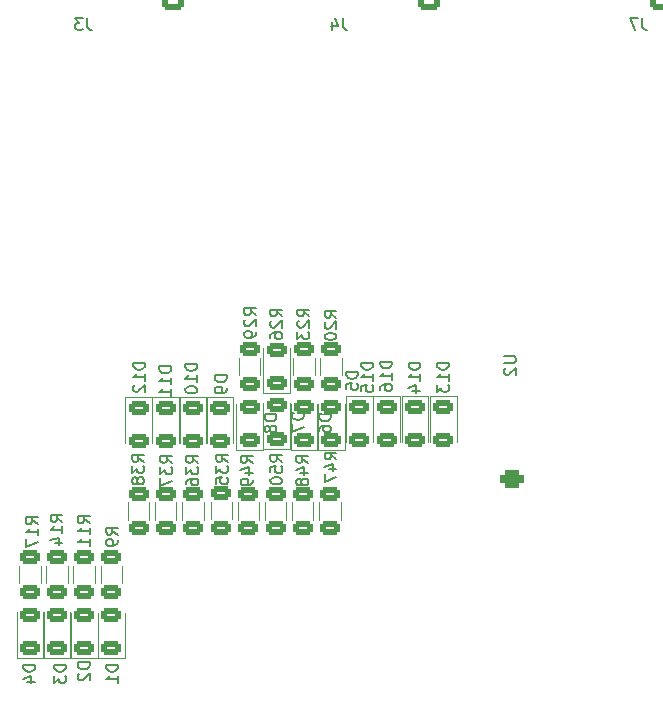
<source format=gbo>
G04 #@! TF.GenerationSoftware,KiCad,Pcbnew,8.0.5*
G04 #@! TF.CreationDate,2024-10-29T22:07:05+01:00*
G04 #@! TF.ProjectId,pwm_i2c,70776d5f-6932-4632-9e6b-696361645f70,rev?*
G04 #@! TF.SameCoordinates,Original*
G04 #@! TF.FileFunction,Legend,Bot*
G04 #@! TF.FilePolarity,Positive*
%FSLAX46Y46*%
G04 Gerber Fmt 4.6, Leading zero omitted, Abs format (unit mm)*
G04 Created by KiCad (PCBNEW 8.0.5) date 2024-10-29 22:07:05*
%MOMM*%
%LPD*%
G01*
G04 APERTURE LIST*
G04 Aperture macros list*
%AMRoundRect*
0 Rectangle with rounded corners*
0 $1 Rounding radius*
0 $2 $3 $4 $5 $6 $7 $8 $9 X,Y pos of 4 corners*
0 Add a 4 corners polygon primitive as box body*
4,1,4,$2,$3,$4,$5,$6,$7,$8,$9,$2,$3,0*
0 Add four circle primitives for the rounded corners*
1,1,$1+$1,$2,$3*
1,1,$1+$1,$4,$5*
1,1,$1+$1,$6,$7*
1,1,$1+$1,$8,$9*
0 Add four rect primitives between the rounded corners*
20,1,$1+$1,$2,$3,$4,$5,0*
20,1,$1+$1,$4,$5,$6,$7,0*
20,1,$1+$1,$6,$7,$8,$9,0*
20,1,$1+$1,$8,$9,$2,$3,0*%
G04 Aperture macros list end*
%ADD10C,0.150000*%
%ADD11C,0.120000*%
%ADD12C,2.500000*%
%ADD13R,1.524000X1.524000*%
%ADD14C,1.524000*%
%ADD15R,1.700000X1.700000*%
%ADD16O,1.700000X1.700000*%
%ADD17RoundRect,0.250000X0.650000X1.550000X-0.650000X1.550000X-0.650000X-1.550000X0.650000X-1.550000X0*%
%ADD18O,1.800000X3.600000*%
%ADD19RoundRect,0.250000X-0.650000X-1.550000X0.650000X-1.550000X0.650000X1.550000X-0.650000X1.550000X0*%
%ADD20C,3.200000*%
%ADD21R,1.050000X1.500000*%
%ADD22O,1.050000X1.500000*%
%ADD23RoundRect,0.375000X0.625000X-0.375000X0.625000X0.375000X-0.625000X0.375000X-0.625000X-0.375000X0*%
%ADD24O,2.000000X1.500000*%
%ADD25RoundRect,0.250000X0.625000X-0.375000X0.625000X0.375000X-0.625000X0.375000X-0.625000X-0.375000X0*%
%ADD26RoundRect,0.250000X-0.625000X0.375000X-0.625000X-0.375000X0.625000X-0.375000X0.625000X0.375000X0*%
%ADD27RoundRect,0.250000X0.625000X-0.312500X0.625000X0.312500X-0.625000X0.312500X-0.625000X-0.312500X0*%
%ADD28RoundRect,0.250000X-0.625000X0.312500X-0.625000X-0.312500X0.625000X-0.312500X0.625000X0.312500X0*%
G04 APERTURE END LIST*
D10*
X85103333Y-30804819D02*
X85103333Y-31519104D01*
X85103333Y-31519104D02*
X85150952Y-31661961D01*
X85150952Y-31661961D02*
X85246190Y-31757200D01*
X85246190Y-31757200D02*
X85389047Y-31804819D01*
X85389047Y-31804819D02*
X85484285Y-31804819D01*
X84198571Y-31138152D02*
X84198571Y-31804819D01*
X84436666Y-30757200D02*
X84674761Y-31471485D01*
X84674761Y-31471485D02*
X84055714Y-31471485D01*
X98754819Y-59438095D02*
X99564342Y-59438095D01*
X99564342Y-59438095D02*
X99659580Y-59485714D01*
X99659580Y-59485714D02*
X99707200Y-59533333D01*
X99707200Y-59533333D02*
X99754819Y-59628571D01*
X99754819Y-59628571D02*
X99754819Y-59819047D01*
X99754819Y-59819047D02*
X99707200Y-59914285D01*
X99707200Y-59914285D02*
X99659580Y-59961904D01*
X99659580Y-59961904D02*
X99564342Y-60009523D01*
X99564342Y-60009523D02*
X98754819Y-60009523D01*
X98850057Y-60438095D02*
X98802438Y-60485714D01*
X98802438Y-60485714D02*
X98754819Y-60580952D01*
X98754819Y-60580952D02*
X98754819Y-60819047D01*
X98754819Y-60819047D02*
X98802438Y-60914285D01*
X98802438Y-60914285D02*
X98850057Y-60961904D01*
X98850057Y-60961904D02*
X98945295Y-61009523D01*
X98945295Y-61009523D02*
X99040533Y-61009523D01*
X99040533Y-61009523D02*
X99183390Y-60961904D01*
X99183390Y-60961904D02*
X99754819Y-60390476D01*
X99754819Y-60390476D02*
X99754819Y-61009523D01*
X63438333Y-30804819D02*
X63438333Y-31519104D01*
X63438333Y-31519104D02*
X63485952Y-31661961D01*
X63485952Y-31661961D02*
X63581190Y-31757200D01*
X63581190Y-31757200D02*
X63724047Y-31804819D01*
X63724047Y-31804819D02*
X63819285Y-31804819D01*
X63057380Y-30804819D02*
X62438333Y-30804819D01*
X62438333Y-30804819D02*
X62771666Y-31185771D01*
X62771666Y-31185771D02*
X62628809Y-31185771D01*
X62628809Y-31185771D02*
X62533571Y-31233390D01*
X62533571Y-31233390D02*
X62485952Y-31281009D01*
X62485952Y-31281009D02*
X62438333Y-31376247D01*
X62438333Y-31376247D02*
X62438333Y-31614342D01*
X62438333Y-31614342D02*
X62485952Y-31709580D01*
X62485952Y-31709580D02*
X62533571Y-31757200D01*
X62533571Y-31757200D02*
X62628809Y-31804819D01*
X62628809Y-31804819D02*
X62914523Y-31804819D01*
X62914523Y-31804819D02*
X63009761Y-31757200D01*
X63009761Y-31757200D02*
X63057380Y-31709580D01*
X110443333Y-30804819D02*
X110443333Y-31519104D01*
X110443333Y-31519104D02*
X110490952Y-31661961D01*
X110490952Y-31661961D02*
X110586190Y-31757200D01*
X110586190Y-31757200D02*
X110729047Y-31804819D01*
X110729047Y-31804819D02*
X110824285Y-31804819D01*
X110062380Y-30804819D02*
X109395714Y-30804819D01*
X109395714Y-30804819D02*
X109824285Y-31804819D01*
X79954819Y-56057142D02*
X79478628Y-55723809D01*
X79954819Y-55485714D02*
X78954819Y-55485714D01*
X78954819Y-55485714D02*
X78954819Y-55866666D01*
X78954819Y-55866666D02*
X79002438Y-55961904D01*
X79002438Y-55961904D02*
X79050057Y-56009523D01*
X79050057Y-56009523D02*
X79145295Y-56057142D01*
X79145295Y-56057142D02*
X79288152Y-56057142D01*
X79288152Y-56057142D02*
X79383390Y-56009523D01*
X79383390Y-56009523D02*
X79431009Y-55961904D01*
X79431009Y-55961904D02*
X79478628Y-55866666D01*
X79478628Y-55866666D02*
X79478628Y-55485714D01*
X79050057Y-56438095D02*
X79002438Y-56485714D01*
X79002438Y-56485714D02*
X78954819Y-56580952D01*
X78954819Y-56580952D02*
X78954819Y-56819047D01*
X78954819Y-56819047D02*
X79002438Y-56914285D01*
X79002438Y-56914285D02*
X79050057Y-56961904D01*
X79050057Y-56961904D02*
X79145295Y-57009523D01*
X79145295Y-57009523D02*
X79240533Y-57009523D01*
X79240533Y-57009523D02*
X79383390Y-56961904D01*
X79383390Y-56961904D02*
X79954819Y-56390476D01*
X79954819Y-56390476D02*
X79954819Y-57009523D01*
X78954819Y-57866666D02*
X78954819Y-57676190D01*
X78954819Y-57676190D02*
X79002438Y-57580952D01*
X79002438Y-57580952D02*
X79050057Y-57533333D01*
X79050057Y-57533333D02*
X79192914Y-57438095D01*
X79192914Y-57438095D02*
X79383390Y-57390476D01*
X79383390Y-57390476D02*
X79764342Y-57390476D01*
X79764342Y-57390476D02*
X79859580Y-57438095D01*
X79859580Y-57438095D02*
X79907200Y-57485714D01*
X79907200Y-57485714D02*
X79954819Y-57580952D01*
X79954819Y-57580952D02*
X79954819Y-57771428D01*
X79954819Y-57771428D02*
X79907200Y-57866666D01*
X79907200Y-57866666D02*
X79859580Y-57914285D01*
X79859580Y-57914285D02*
X79764342Y-57961904D01*
X79764342Y-57961904D02*
X79526247Y-57961904D01*
X79526247Y-57961904D02*
X79431009Y-57914285D01*
X79431009Y-57914285D02*
X79383390Y-57866666D01*
X79383390Y-57866666D02*
X79335771Y-57771428D01*
X79335771Y-57771428D02*
X79335771Y-57580952D01*
X79335771Y-57580952D02*
X79383390Y-57485714D01*
X79383390Y-57485714D02*
X79431009Y-57438095D01*
X79431009Y-57438095D02*
X79526247Y-57390476D01*
X63654819Y-85361905D02*
X62654819Y-85361905D01*
X62654819Y-85361905D02*
X62654819Y-85600000D01*
X62654819Y-85600000D02*
X62702438Y-85742857D01*
X62702438Y-85742857D02*
X62797676Y-85838095D01*
X62797676Y-85838095D02*
X62892914Y-85885714D01*
X62892914Y-85885714D02*
X63083390Y-85933333D01*
X63083390Y-85933333D02*
X63226247Y-85933333D01*
X63226247Y-85933333D02*
X63416723Y-85885714D01*
X63416723Y-85885714D02*
X63511961Y-85838095D01*
X63511961Y-85838095D02*
X63607200Y-85742857D01*
X63607200Y-85742857D02*
X63654819Y-85600000D01*
X63654819Y-85600000D02*
X63654819Y-85361905D01*
X62750057Y-86314286D02*
X62702438Y-86361905D01*
X62702438Y-86361905D02*
X62654819Y-86457143D01*
X62654819Y-86457143D02*
X62654819Y-86695238D01*
X62654819Y-86695238D02*
X62702438Y-86790476D01*
X62702438Y-86790476D02*
X62750057Y-86838095D01*
X62750057Y-86838095D02*
X62845295Y-86885714D01*
X62845295Y-86885714D02*
X62940533Y-86885714D01*
X62940533Y-86885714D02*
X63083390Y-86838095D01*
X63083390Y-86838095D02*
X63654819Y-86266667D01*
X63654819Y-86266667D02*
X63654819Y-86885714D01*
X91654819Y-59985714D02*
X90654819Y-59985714D01*
X90654819Y-59985714D02*
X90654819Y-60223809D01*
X90654819Y-60223809D02*
X90702438Y-60366666D01*
X90702438Y-60366666D02*
X90797676Y-60461904D01*
X90797676Y-60461904D02*
X90892914Y-60509523D01*
X90892914Y-60509523D02*
X91083390Y-60557142D01*
X91083390Y-60557142D02*
X91226247Y-60557142D01*
X91226247Y-60557142D02*
X91416723Y-60509523D01*
X91416723Y-60509523D02*
X91511961Y-60461904D01*
X91511961Y-60461904D02*
X91607200Y-60366666D01*
X91607200Y-60366666D02*
X91654819Y-60223809D01*
X91654819Y-60223809D02*
X91654819Y-59985714D01*
X91654819Y-61509523D02*
X91654819Y-60938095D01*
X91654819Y-61223809D02*
X90654819Y-61223809D01*
X90654819Y-61223809D02*
X90797676Y-61128571D01*
X90797676Y-61128571D02*
X90892914Y-61033333D01*
X90892914Y-61033333D02*
X90940533Y-60938095D01*
X90988152Y-62366666D02*
X91654819Y-62366666D01*
X90607200Y-62128571D02*
X91321485Y-61890476D01*
X91321485Y-61890476D02*
X91321485Y-62509523D01*
X89254819Y-59885714D02*
X88254819Y-59885714D01*
X88254819Y-59885714D02*
X88254819Y-60123809D01*
X88254819Y-60123809D02*
X88302438Y-60266666D01*
X88302438Y-60266666D02*
X88397676Y-60361904D01*
X88397676Y-60361904D02*
X88492914Y-60409523D01*
X88492914Y-60409523D02*
X88683390Y-60457142D01*
X88683390Y-60457142D02*
X88826247Y-60457142D01*
X88826247Y-60457142D02*
X89016723Y-60409523D01*
X89016723Y-60409523D02*
X89111961Y-60361904D01*
X89111961Y-60361904D02*
X89207200Y-60266666D01*
X89207200Y-60266666D02*
X89254819Y-60123809D01*
X89254819Y-60123809D02*
X89254819Y-59885714D01*
X89254819Y-61409523D02*
X89254819Y-60838095D01*
X89254819Y-61123809D02*
X88254819Y-61123809D01*
X88254819Y-61123809D02*
X88397676Y-61028571D01*
X88397676Y-61028571D02*
X88492914Y-60933333D01*
X88492914Y-60933333D02*
X88540533Y-60838095D01*
X88254819Y-62266666D02*
X88254819Y-62076190D01*
X88254819Y-62076190D02*
X88302438Y-61980952D01*
X88302438Y-61980952D02*
X88350057Y-61933333D01*
X88350057Y-61933333D02*
X88492914Y-61838095D01*
X88492914Y-61838095D02*
X88683390Y-61790476D01*
X88683390Y-61790476D02*
X89064342Y-61790476D01*
X89064342Y-61790476D02*
X89159580Y-61838095D01*
X89159580Y-61838095D02*
X89207200Y-61885714D01*
X89207200Y-61885714D02*
X89254819Y-61980952D01*
X89254819Y-61980952D02*
X89254819Y-62171428D01*
X89254819Y-62171428D02*
X89207200Y-62266666D01*
X89207200Y-62266666D02*
X89159580Y-62314285D01*
X89159580Y-62314285D02*
X89064342Y-62361904D01*
X89064342Y-62361904D02*
X88826247Y-62361904D01*
X88826247Y-62361904D02*
X88731009Y-62314285D01*
X88731009Y-62314285D02*
X88683390Y-62266666D01*
X88683390Y-62266666D02*
X88635771Y-62171428D01*
X88635771Y-62171428D02*
X88635771Y-61980952D01*
X88635771Y-61980952D02*
X88683390Y-61885714D01*
X88683390Y-61885714D02*
X88731009Y-61838095D01*
X88731009Y-61838095D02*
X88826247Y-61790476D01*
X68354819Y-59985714D02*
X67354819Y-59985714D01*
X67354819Y-59985714D02*
X67354819Y-60223809D01*
X67354819Y-60223809D02*
X67402438Y-60366666D01*
X67402438Y-60366666D02*
X67497676Y-60461904D01*
X67497676Y-60461904D02*
X67592914Y-60509523D01*
X67592914Y-60509523D02*
X67783390Y-60557142D01*
X67783390Y-60557142D02*
X67926247Y-60557142D01*
X67926247Y-60557142D02*
X68116723Y-60509523D01*
X68116723Y-60509523D02*
X68211961Y-60461904D01*
X68211961Y-60461904D02*
X68307200Y-60366666D01*
X68307200Y-60366666D02*
X68354819Y-60223809D01*
X68354819Y-60223809D02*
X68354819Y-59985714D01*
X68354819Y-61509523D02*
X68354819Y-60938095D01*
X68354819Y-61223809D02*
X67354819Y-61223809D01*
X67354819Y-61223809D02*
X67497676Y-61128571D01*
X67497676Y-61128571D02*
X67592914Y-61033333D01*
X67592914Y-61033333D02*
X67640533Y-60938095D01*
X67450057Y-61890476D02*
X67402438Y-61938095D01*
X67402438Y-61938095D02*
X67354819Y-62033333D01*
X67354819Y-62033333D02*
X67354819Y-62271428D01*
X67354819Y-62271428D02*
X67402438Y-62366666D01*
X67402438Y-62366666D02*
X67450057Y-62414285D01*
X67450057Y-62414285D02*
X67545295Y-62461904D01*
X67545295Y-62461904D02*
X67640533Y-62461904D01*
X67640533Y-62461904D02*
X67783390Y-62414285D01*
X67783390Y-62414285D02*
X68354819Y-61842857D01*
X68354819Y-61842857D02*
X68354819Y-62461904D01*
X87654819Y-59985714D02*
X86654819Y-59985714D01*
X86654819Y-59985714D02*
X86654819Y-60223809D01*
X86654819Y-60223809D02*
X86702438Y-60366666D01*
X86702438Y-60366666D02*
X86797676Y-60461904D01*
X86797676Y-60461904D02*
X86892914Y-60509523D01*
X86892914Y-60509523D02*
X87083390Y-60557142D01*
X87083390Y-60557142D02*
X87226247Y-60557142D01*
X87226247Y-60557142D02*
X87416723Y-60509523D01*
X87416723Y-60509523D02*
X87511961Y-60461904D01*
X87511961Y-60461904D02*
X87607200Y-60366666D01*
X87607200Y-60366666D02*
X87654819Y-60223809D01*
X87654819Y-60223809D02*
X87654819Y-59985714D01*
X87654819Y-61509523D02*
X87654819Y-60938095D01*
X87654819Y-61223809D02*
X86654819Y-61223809D01*
X86654819Y-61223809D02*
X86797676Y-61128571D01*
X86797676Y-61128571D02*
X86892914Y-61033333D01*
X86892914Y-61033333D02*
X86940533Y-60938095D01*
X86654819Y-62414285D02*
X86654819Y-61938095D01*
X86654819Y-61938095D02*
X87131009Y-61890476D01*
X87131009Y-61890476D02*
X87083390Y-61938095D01*
X87083390Y-61938095D02*
X87035771Y-62033333D01*
X87035771Y-62033333D02*
X87035771Y-62271428D01*
X87035771Y-62271428D02*
X87083390Y-62366666D01*
X87083390Y-62366666D02*
X87131009Y-62414285D01*
X87131009Y-62414285D02*
X87226247Y-62461904D01*
X87226247Y-62461904D02*
X87464342Y-62461904D01*
X87464342Y-62461904D02*
X87559580Y-62414285D01*
X87559580Y-62414285D02*
X87607200Y-62366666D01*
X87607200Y-62366666D02*
X87654819Y-62271428D01*
X87654819Y-62271428D02*
X87654819Y-62033333D01*
X87654819Y-62033333D02*
X87607200Y-61938095D01*
X87607200Y-61938095D02*
X87559580Y-61890476D01*
X79474819Y-64361905D02*
X78474819Y-64361905D01*
X78474819Y-64361905D02*
X78474819Y-64600000D01*
X78474819Y-64600000D02*
X78522438Y-64742857D01*
X78522438Y-64742857D02*
X78617676Y-64838095D01*
X78617676Y-64838095D02*
X78712914Y-64885714D01*
X78712914Y-64885714D02*
X78903390Y-64933333D01*
X78903390Y-64933333D02*
X79046247Y-64933333D01*
X79046247Y-64933333D02*
X79236723Y-64885714D01*
X79236723Y-64885714D02*
X79331961Y-64838095D01*
X79331961Y-64838095D02*
X79427200Y-64742857D01*
X79427200Y-64742857D02*
X79474819Y-64600000D01*
X79474819Y-64600000D02*
X79474819Y-64361905D01*
X78903390Y-65504762D02*
X78855771Y-65409524D01*
X78855771Y-65409524D02*
X78808152Y-65361905D01*
X78808152Y-65361905D02*
X78712914Y-65314286D01*
X78712914Y-65314286D02*
X78665295Y-65314286D01*
X78665295Y-65314286D02*
X78570057Y-65361905D01*
X78570057Y-65361905D02*
X78522438Y-65409524D01*
X78522438Y-65409524D02*
X78474819Y-65504762D01*
X78474819Y-65504762D02*
X78474819Y-65695238D01*
X78474819Y-65695238D02*
X78522438Y-65790476D01*
X78522438Y-65790476D02*
X78570057Y-65838095D01*
X78570057Y-65838095D02*
X78665295Y-65885714D01*
X78665295Y-65885714D02*
X78712914Y-65885714D01*
X78712914Y-65885714D02*
X78808152Y-65838095D01*
X78808152Y-65838095D02*
X78855771Y-65790476D01*
X78855771Y-65790476D02*
X78903390Y-65695238D01*
X78903390Y-65695238D02*
X78903390Y-65504762D01*
X78903390Y-65504762D02*
X78951009Y-65409524D01*
X78951009Y-65409524D02*
X78998628Y-65361905D01*
X78998628Y-65361905D02*
X79093866Y-65314286D01*
X79093866Y-65314286D02*
X79284342Y-65314286D01*
X79284342Y-65314286D02*
X79379580Y-65361905D01*
X79379580Y-65361905D02*
X79427200Y-65409524D01*
X79427200Y-65409524D02*
X79474819Y-65504762D01*
X79474819Y-65504762D02*
X79474819Y-65695238D01*
X79474819Y-65695238D02*
X79427200Y-65790476D01*
X79427200Y-65790476D02*
X79379580Y-65838095D01*
X79379580Y-65838095D02*
X79284342Y-65885714D01*
X79284342Y-65885714D02*
X79093866Y-65885714D01*
X79093866Y-65885714D02*
X78998628Y-65838095D01*
X78998628Y-65838095D02*
X78951009Y-65790476D01*
X78951009Y-65790476D02*
X78903390Y-65695238D01*
X59054819Y-85561905D02*
X58054819Y-85561905D01*
X58054819Y-85561905D02*
X58054819Y-85800000D01*
X58054819Y-85800000D02*
X58102438Y-85942857D01*
X58102438Y-85942857D02*
X58197676Y-86038095D01*
X58197676Y-86038095D02*
X58292914Y-86085714D01*
X58292914Y-86085714D02*
X58483390Y-86133333D01*
X58483390Y-86133333D02*
X58626247Y-86133333D01*
X58626247Y-86133333D02*
X58816723Y-86085714D01*
X58816723Y-86085714D02*
X58911961Y-86038095D01*
X58911961Y-86038095D02*
X59007200Y-85942857D01*
X59007200Y-85942857D02*
X59054819Y-85800000D01*
X59054819Y-85800000D02*
X59054819Y-85561905D01*
X58388152Y-86990476D02*
X59054819Y-86990476D01*
X58007200Y-86752381D02*
X58721485Y-86514286D01*
X58721485Y-86514286D02*
X58721485Y-87133333D01*
X81774819Y-64261905D02*
X80774819Y-64261905D01*
X80774819Y-64261905D02*
X80774819Y-64500000D01*
X80774819Y-64500000D02*
X80822438Y-64642857D01*
X80822438Y-64642857D02*
X80917676Y-64738095D01*
X80917676Y-64738095D02*
X81012914Y-64785714D01*
X81012914Y-64785714D02*
X81203390Y-64833333D01*
X81203390Y-64833333D02*
X81346247Y-64833333D01*
X81346247Y-64833333D02*
X81536723Y-64785714D01*
X81536723Y-64785714D02*
X81631961Y-64738095D01*
X81631961Y-64738095D02*
X81727200Y-64642857D01*
X81727200Y-64642857D02*
X81774819Y-64500000D01*
X81774819Y-64500000D02*
X81774819Y-64261905D01*
X80774819Y-65166667D02*
X80774819Y-65833333D01*
X80774819Y-65833333D02*
X81774819Y-65404762D01*
X84554819Y-56157142D02*
X84078628Y-55823809D01*
X84554819Y-55585714D02*
X83554819Y-55585714D01*
X83554819Y-55585714D02*
X83554819Y-55966666D01*
X83554819Y-55966666D02*
X83602438Y-56061904D01*
X83602438Y-56061904D02*
X83650057Y-56109523D01*
X83650057Y-56109523D02*
X83745295Y-56157142D01*
X83745295Y-56157142D02*
X83888152Y-56157142D01*
X83888152Y-56157142D02*
X83983390Y-56109523D01*
X83983390Y-56109523D02*
X84031009Y-56061904D01*
X84031009Y-56061904D02*
X84078628Y-55966666D01*
X84078628Y-55966666D02*
X84078628Y-55585714D01*
X83650057Y-56538095D02*
X83602438Y-56585714D01*
X83602438Y-56585714D02*
X83554819Y-56680952D01*
X83554819Y-56680952D02*
X83554819Y-56919047D01*
X83554819Y-56919047D02*
X83602438Y-57014285D01*
X83602438Y-57014285D02*
X83650057Y-57061904D01*
X83650057Y-57061904D02*
X83745295Y-57109523D01*
X83745295Y-57109523D02*
X83840533Y-57109523D01*
X83840533Y-57109523D02*
X83983390Y-57061904D01*
X83983390Y-57061904D02*
X84554819Y-56490476D01*
X84554819Y-56490476D02*
X84554819Y-57109523D01*
X83554819Y-57728571D02*
X83554819Y-57823809D01*
X83554819Y-57823809D02*
X83602438Y-57919047D01*
X83602438Y-57919047D02*
X83650057Y-57966666D01*
X83650057Y-57966666D02*
X83745295Y-58014285D01*
X83745295Y-58014285D02*
X83935771Y-58061904D01*
X83935771Y-58061904D02*
X84173866Y-58061904D01*
X84173866Y-58061904D02*
X84364342Y-58014285D01*
X84364342Y-58014285D02*
X84459580Y-57966666D01*
X84459580Y-57966666D02*
X84507200Y-57919047D01*
X84507200Y-57919047D02*
X84554819Y-57823809D01*
X84554819Y-57823809D02*
X84554819Y-57728571D01*
X84554819Y-57728571D02*
X84507200Y-57633333D01*
X84507200Y-57633333D02*
X84459580Y-57585714D01*
X84459580Y-57585714D02*
X84364342Y-57538095D01*
X84364342Y-57538095D02*
X84173866Y-57490476D01*
X84173866Y-57490476D02*
X83935771Y-57490476D01*
X83935771Y-57490476D02*
X83745295Y-57538095D01*
X83745295Y-57538095D02*
X83650057Y-57585714D01*
X83650057Y-57585714D02*
X83602438Y-57633333D01*
X83602438Y-57633333D02*
X83554819Y-57728571D01*
X72854819Y-68457142D02*
X72378628Y-68123809D01*
X72854819Y-67885714D02*
X71854819Y-67885714D01*
X71854819Y-67885714D02*
X71854819Y-68266666D01*
X71854819Y-68266666D02*
X71902438Y-68361904D01*
X71902438Y-68361904D02*
X71950057Y-68409523D01*
X71950057Y-68409523D02*
X72045295Y-68457142D01*
X72045295Y-68457142D02*
X72188152Y-68457142D01*
X72188152Y-68457142D02*
X72283390Y-68409523D01*
X72283390Y-68409523D02*
X72331009Y-68361904D01*
X72331009Y-68361904D02*
X72378628Y-68266666D01*
X72378628Y-68266666D02*
X72378628Y-67885714D01*
X71854819Y-68790476D02*
X71854819Y-69409523D01*
X71854819Y-69409523D02*
X72235771Y-69076190D01*
X72235771Y-69076190D02*
X72235771Y-69219047D01*
X72235771Y-69219047D02*
X72283390Y-69314285D01*
X72283390Y-69314285D02*
X72331009Y-69361904D01*
X72331009Y-69361904D02*
X72426247Y-69409523D01*
X72426247Y-69409523D02*
X72664342Y-69409523D01*
X72664342Y-69409523D02*
X72759580Y-69361904D01*
X72759580Y-69361904D02*
X72807200Y-69314285D01*
X72807200Y-69314285D02*
X72854819Y-69219047D01*
X72854819Y-69219047D02*
X72854819Y-68933333D01*
X72854819Y-68933333D02*
X72807200Y-68838095D01*
X72807200Y-68838095D02*
X72759580Y-68790476D01*
X71854819Y-70266666D02*
X71854819Y-70076190D01*
X71854819Y-70076190D02*
X71902438Y-69980952D01*
X71902438Y-69980952D02*
X71950057Y-69933333D01*
X71950057Y-69933333D02*
X72092914Y-69838095D01*
X72092914Y-69838095D02*
X72283390Y-69790476D01*
X72283390Y-69790476D02*
X72664342Y-69790476D01*
X72664342Y-69790476D02*
X72759580Y-69838095D01*
X72759580Y-69838095D02*
X72807200Y-69885714D01*
X72807200Y-69885714D02*
X72854819Y-69980952D01*
X72854819Y-69980952D02*
X72854819Y-70171428D01*
X72854819Y-70171428D02*
X72807200Y-70266666D01*
X72807200Y-70266666D02*
X72759580Y-70314285D01*
X72759580Y-70314285D02*
X72664342Y-70361904D01*
X72664342Y-70361904D02*
X72426247Y-70361904D01*
X72426247Y-70361904D02*
X72331009Y-70314285D01*
X72331009Y-70314285D02*
X72283390Y-70266666D01*
X72283390Y-70266666D02*
X72235771Y-70171428D01*
X72235771Y-70171428D02*
X72235771Y-69980952D01*
X72235771Y-69980952D02*
X72283390Y-69885714D01*
X72283390Y-69885714D02*
X72331009Y-69838095D01*
X72331009Y-69838095D02*
X72426247Y-69790476D01*
X79954819Y-68357142D02*
X79478628Y-68023809D01*
X79954819Y-67785714D02*
X78954819Y-67785714D01*
X78954819Y-67785714D02*
X78954819Y-68166666D01*
X78954819Y-68166666D02*
X79002438Y-68261904D01*
X79002438Y-68261904D02*
X79050057Y-68309523D01*
X79050057Y-68309523D02*
X79145295Y-68357142D01*
X79145295Y-68357142D02*
X79288152Y-68357142D01*
X79288152Y-68357142D02*
X79383390Y-68309523D01*
X79383390Y-68309523D02*
X79431009Y-68261904D01*
X79431009Y-68261904D02*
X79478628Y-68166666D01*
X79478628Y-68166666D02*
X79478628Y-67785714D01*
X78954819Y-69261904D02*
X78954819Y-68785714D01*
X78954819Y-68785714D02*
X79431009Y-68738095D01*
X79431009Y-68738095D02*
X79383390Y-68785714D01*
X79383390Y-68785714D02*
X79335771Y-68880952D01*
X79335771Y-68880952D02*
X79335771Y-69119047D01*
X79335771Y-69119047D02*
X79383390Y-69214285D01*
X79383390Y-69214285D02*
X79431009Y-69261904D01*
X79431009Y-69261904D02*
X79526247Y-69309523D01*
X79526247Y-69309523D02*
X79764342Y-69309523D01*
X79764342Y-69309523D02*
X79859580Y-69261904D01*
X79859580Y-69261904D02*
X79907200Y-69214285D01*
X79907200Y-69214285D02*
X79954819Y-69119047D01*
X79954819Y-69119047D02*
X79954819Y-68880952D01*
X79954819Y-68880952D02*
X79907200Y-68785714D01*
X79907200Y-68785714D02*
X79859580Y-68738095D01*
X78954819Y-69928571D02*
X78954819Y-70023809D01*
X78954819Y-70023809D02*
X79002438Y-70119047D01*
X79002438Y-70119047D02*
X79050057Y-70166666D01*
X79050057Y-70166666D02*
X79145295Y-70214285D01*
X79145295Y-70214285D02*
X79335771Y-70261904D01*
X79335771Y-70261904D02*
X79573866Y-70261904D01*
X79573866Y-70261904D02*
X79764342Y-70214285D01*
X79764342Y-70214285D02*
X79859580Y-70166666D01*
X79859580Y-70166666D02*
X79907200Y-70119047D01*
X79907200Y-70119047D02*
X79954819Y-70023809D01*
X79954819Y-70023809D02*
X79954819Y-69928571D01*
X79954819Y-69928571D02*
X79907200Y-69833333D01*
X79907200Y-69833333D02*
X79859580Y-69785714D01*
X79859580Y-69785714D02*
X79764342Y-69738095D01*
X79764342Y-69738095D02*
X79573866Y-69690476D01*
X79573866Y-69690476D02*
X79335771Y-69690476D01*
X79335771Y-69690476D02*
X79145295Y-69738095D01*
X79145295Y-69738095D02*
X79050057Y-69785714D01*
X79050057Y-69785714D02*
X79002438Y-69833333D01*
X79002438Y-69833333D02*
X78954819Y-69928571D01*
X66054819Y-74533333D02*
X65578628Y-74200000D01*
X66054819Y-73961905D02*
X65054819Y-73961905D01*
X65054819Y-73961905D02*
X65054819Y-74342857D01*
X65054819Y-74342857D02*
X65102438Y-74438095D01*
X65102438Y-74438095D02*
X65150057Y-74485714D01*
X65150057Y-74485714D02*
X65245295Y-74533333D01*
X65245295Y-74533333D02*
X65388152Y-74533333D01*
X65388152Y-74533333D02*
X65483390Y-74485714D01*
X65483390Y-74485714D02*
X65531009Y-74438095D01*
X65531009Y-74438095D02*
X65578628Y-74342857D01*
X65578628Y-74342857D02*
X65578628Y-73961905D01*
X66054819Y-75009524D02*
X66054819Y-75200000D01*
X66054819Y-75200000D02*
X66007200Y-75295238D01*
X66007200Y-75295238D02*
X65959580Y-75342857D01*
X65959580Y-75342857D02*
X65816723Y-75438095D01*
X65816723Y-75438095D02*
X65626247Y-75485714D01*
X65626247Y-75485714D02*
X65245295Y-75485714D01*
X65245295Y-75485714D02*
X65150057Y-75438095D01*
X65150057Y-75438095D02*
X65102438Y-75390476D01*
X65102438Y-75390476D02*
X65054819Y-75295238D01*
X65054819Y-75295238D02*
X65054819Y-75104762D01*
X65054819Y-75104762D02*
X65102438Y-75009524D01*
X65102438Y-75009524D02*
X65150057Y-74961905D01*
X65150057Y-74961905D02*
X65245295Y-74914286D01*
X65245295Y-74914286D02*
X65483390Y-74914286D01*
X65483390Y-74914286D02*
X65578628Y-74961905D01*
X65578628Y-74961905D02*
X65626247Y-75009524D01*
X65626247Y-75009524D02*
X65673866Y-75104762D01*
X65673866Y-75104762D02*
X65673866Y-75295238D01*
X65673866Y-75295238D02*
X65626247Y-75390476D01*
X65626247Y-75390476D02*
X65578628Y-75438095D01*
X65578628Y-75438095D02*
X65483390Y-75485714D01*
X70654819Y-68457142D02*
X70178628Y-68123809D01*
X70654819Y-67885714D02*
X69654819Y-67885714D01*
X69654819Y-67885714D02*
X69654819Y-68266666D01*
X69654819Y-68266666D02*
X69702438Y-68361904D01*
X69702438Y-68361904D02*
X69750057Y-68409523D01*
X69750057Y-68409523D02*
X69845295Y-68457142D01*
X69845295Y-68457142D02*
X69988152Y-68457142D01*
X69988152Y-68457142D02*
X70083390Y-68409523D01*
X70083390Y-68409523D02*
X70131009Y-68361904D01*
X70131009Y-68361904D02*
X70178628Y-68266666D01*
X70178628Y-68266666D02*
X70178628Y-67885714D01*
X69654819Y-68790476D02*
X69654819Y-69409523D01*
X69654819Y-69409523D02*
X70035771Y-69076190D01*
X70035771Y-69076190D02*
X70035771Y-69219047D01*
X70035771Y-69219047D02*
X70083390Y-69314285D01*
X70083390Y-69314285D02*
X70131009Y-69361904D01*
X70131009Y-69361904D02*
X70226247Y-69409523D01*
X70226247Y-69409523D02*
X70464342Y-69409523D01*
X70464342Y-69409523D02*
X70559580Y-69361904D01*
X70559580Y-69361904D02*
X70607200Y-69314285D01*
X70607200Y-69314285D02*
X70654819Y-69219047D01*
X70654819Y-69219047D02*
X70654819Y-68933333D01*
X70654819Y-68933333D02*
X70607200Y-68838095D01*
X70607200Y-68838095D02*
X70559580Y-68790476D01*
X69654819Y-69742857D02*
X69654819Y-70409523D01*
X69654819Y-70409523D02*
X70654819Y-69980952D01*
X84554819Y-68157142D02*
X84078628Y-67823809D01*
X84554819Y-67585714D02*
X83554819Y-67585714D01*
X83554819Y-67585714D02*
X83554819Y-67966666D01*
X83554819Y-67966666D02*
X83602438Y-68061904D01*
X83602438Y-68061904D02*
X83650057Y-68109523D01*
X83650057Y-68109523D02*
X83745295Y-68157142D01*
X83745295Y-68157142D02*
X83888152Y-68157142D01*
X83888152Y-68157142D02*
X83983390Y-68109523D01*
X83983390Y-68109523D02*
X84031009Y-68061904D01*
X84031009Y-68061904D02*
X84078628Y-67966666D01*
X84078628Y-67966666D02*
X84078628Y-67585714D01*
X83888152Y-69014285D02*
X84554819Y-69014285D01*
X83507200Y-68776190D02*
X84221485Y-68538095D01*
X84221485Y-68538095D02*
X84221485Y-69157142D01*
X83554819Y-69442857D02*
X83554819Y-70109523D01*
X83554819Y-70109523D02*
X84554819Y-69680952D01*
X59254819Y-73657142D02*
X58778628Y-73323809D01*
X59254819Y-73085714D02*
X58254819Y-73085714D01*
X58254819Y-73085714D02*
X58254819Y-73466666D01*
X58254819Y-73466666D02*
X58302438Y-73561904D01*
X58302438Y-73561904D02*
X58350057Y-73609523D01*
X58350057Y-73609523D02*
X58445295Y-73657142D01*
X58445295Y-73657142D02*
X58588152Y-73657142D01*
X58588152Y-73657142D02*
X58683390Y-73609523D01*
X58683390Y-73609523D02*
X58731009Y-73561904D01*
X58731009Y-73561904D02*
X58778628Y-73466666D01*
X58778628Y-73466666D02*
X58778628Y-73085714D01*
X59254819Y-74609523D02*
X59254819Y-74038095D01*
X59254819Y-74323809D02*
X58254819Y-74323809D01*
X58254819Y-74323809D02*
X58397676Y-74228571D01*
X58397676Y-74228571D02*
X58492914Y-74133333D01*
X58492914Y-74133333D02*
X58540533Y-74038095D01*
X58254819Y-74942857D02*
X58254819Y-75609523D01*
X58254819Y-75609523D02*
X59254819Y-75180952D01*
X66054819Y-85561905D02*
X65054819Y-85561905D01*
X65054819Y-85561905D02*
X65054819Y-85800000D01*
X65054819Y-85800000D02*
X65102438Y-85942857D01*
X65102438Y-85942857D02*
X65197676Y-86038095D01*
X65197676Y-86038095D02*
X65292914Y-86085714D01*
X65292914Y-86085714D02*
X65483390Y-86133333D01*
X65483390Y-86133333D02*
X65626247Y-86133333D01*
X65626247Y-86133333D02*
X65816723Y-86085714D01*
X65816723Y-86085714D02*
X65911961Y-86038095D01*
X65911961Y-86038095D02*
X66007200Y-85942857D01*
X66007200Y-85942857D02*
X66054819Y-85800000D01*
X66054819Y-85800000D02*
X66054819Y-85561905D01*
X66054819Y-87085714D02*
X66054819Y-86514286D01*
X66054819Y-86800000D02*
X65054819Y-86800000D01*
X65054819Y-86800000D02*
X65197676Y-86704762D01*
X65197676Y-86704762D02*
X65292914Y-86609524D01*
X65292914Y-86609524D02*
X65340533Y-86514286D01*
X94054819Y-59985714D02*
X93054819Y-59985714D01*
X93054819Y-59985714D02*
X93054819Y-60223809D01*
X93054819Y-60223809D02*
X93102438Y-60366666D01*
X93102438Y-60366666D02*
X93197676Y-60461904D01*
X93197676Y-60461904D02*
X93292914Y-60509523D01*
X93292914Y-60509523D02*
X93483390Y-60557142D01*
X93483390Y-60557142D02*
X93626247Y-60557142D01*
X93626247Y-60557142D02*
X93816723Y-60509523D01*
X93816723Y-60509523D02*
X93911961Y-60461904D01*
X93911961Y-60461904D02*
X94007200Y-60366666D01*
X94007200Y-60366666D02*
X94054819Y-60223809D01*
X94054819Y-60223809D02*
X94054819Y-59985714D01*
X94054819Y-61509523D02*
X94054819Y-60938095D01*
X94054819Y-61223809D02*
X93054819Y-61223809D01*
X93054819Y-61223809D02*
X93197676Y-61128571D01*
X93197676Y-61128571D02*
X93292914Y-61033333D01*
X93292914Y-61033333D02*
X93340533Y-60938095D01*
X93054819Y-61842857D02*
X93054819Y-62461904D01*
X93054819Y-62461904D02*
X93435771Y-62128571D01*
X93435771Y-62128571D02*
X93435771Y-62271428D01*
X93435771Y-62271428D02*
X93483390Y-62366666D01*
X93483390Y-62366666D02*
X93531009Y-62414285D01*
X93531009Y-62414285D02*
X93626247Y-62461904D01*
X93626247Y-62461904D02*
X93864342Y-62461904D01*
X93864342Y-62461904D02*
X93959580Y-62414285D01*
X93959580Y-62414285D02*
X94007200Y-62366666D01*
X94007200Y-62366666D02*
X94054819Y-62271428D01*
X94054819Y-62271428D02*
X94054819Y-61985714D01*
X94054819Y-61985714D02*
X94007200Y-61890476D01*
X94007200Y-61890476D02*
X93959580Y-61842857D01*
X77454819Y-68457142D02*
X76978628Y-68123809D01*
X77454819Y-67885714D02*
X76454819Y-67885714D01*
X76454819Y-67885714D02*
X76454819Y-68266666D01*
X76454819Y-68266666D02*
X76502438Y-68361904D01*
X76502438Y-68361904D02*
X76550057Y-68409523D01*
X76550057Y-68409523D02*
X76645295Y-68457142D01*
X76645295Y-68457142D02*
X76788152Y-68457142D01*
X76788152Y-68457142D02*
X76883390Y-68409523D01*
X76883390Y-68409523D02*
X76931009Y-68361904D01*
X76931009Y-68361904D02*
X76978628Y-68266666D01*
X76978628Y-68266666D02*
X76978628Y-67885714D01*
X76788152Y-69314285D02*
X77454819Y-69314285D01*
X76407200Y-69076190D02*
X77121485Y-68838095D01*
X77121485Y-68838095D02*
X77121485Y-69457142D01*
X77454819Y-69885714D02*
X77454819Y-70076190D01*
X77454819Y-70076190D02*
X77407200Y-70171428D01*
X77407200Y-70171428D02*
X77359580Y-70219047D01*
X77359580Y-70219047D02*
X77216723Y-70314285D01*
X77216723Y-70314285D02*
X77026247Y-70361904D01*
X77026247Y-70361904D02*
X76645295Y-70361904D01*
X76645295Y-70361904D02*
X76550057Y-70314285D01*
X76550057Y-70314285D02*
X76502438Y-70266666D01*
X76502438Y-70266666D02*
X76454819Y-70171428D01*
X76454819Y-70171428D02*
X76454819Y-69980952D01*
X76454819Y-69980952D02*
X76502438Y-69885714D01*
X76502438Y-69885714D02*
X76550057Y-69838095D01*
X76550057Y-69838095D02*
X76645295Y-69790476D01*
X76645295Y-69790476D02*
X76883390Y-69790476D01*
X76883390Y-69790476D02*
X76978628Y-69838095D01*
X76978628Y-69838095D02*
X77026247Y-69885714D01*
X77026247Y-69885714D02*
X77073866Y-69980952D01*
X77073866Y-69980952D02*
X77073866Y-70171428D01*
X77073866Y-70171428D02*
X77026247Y-70266666D01*
X77026247Y-70266666D02*
X76978628Y-70314285D01*
X76978628Y-70314285D02*
X76883390Y-70361904D01*
X84074819Y-64361905D02*
X83074819Y-64361905D01*
X83074819Y-64361905D02*
X83074819Y-64600000D01*
X83074819Y-64600000D02*
X83122438Y-64742857D01*
X83122438Y-64742857D02*
X83217676Y-64838095D01*
X83217676Y-64838095D02*
X83312914Y-64885714D01*
X83312914Y-64885714D02*
X83503390Y-64933333D01*
X83503390Y-64933333D02*
X83646247Y-64933333D01*
X83646247Y-64933333D02*
X83836723Y-64885714D01*
X83836723Y-64885714D02*
X83931961Y-64838095D01*
X83931961Y-64838095D02*
X84027200Y-64742857D01*
X84027200Y-64742857D02*
X84074819Y-64600000D01*
X84074819Y-64600000D02*
X84074819Y-64361905D01*
X83074819Y-65790476D02*
X83074819Y-65600000D01*
X83074819Y-65600000D02*
X83122438Y-65504762D01*
X83122438Y-65504762D02*
X83170057Y-65457143D01*
X83170057Y-65457143D02*
X83312914Y-65361905D01*
X83312914Y-65361905D02*
X83503390Y-65314286D01*
X83503390Y-65314286D02*
X83884342Y-65314286D01*
X83884342Y-65314286D02*
X83979580Y-65361905D01*
X83979580Y-65361905D02*
X84027200Y-65409524D01*
X84027200Y-65409524D02*
X84074819Y-65504762D01*
X84074819Y-65504762D02*
X84074819Y-65695238D01*
X84074819Y-65695238D02*
X84027200Y-65790476D01*
X84027200Y-65790476D02*
X83979580Y-65838095D01*
X83979580Y-65838095D02*
X83884342Y-65885714D01*
X83884342Y-65885714D02*
X83646247Y-65885714D01*
X83646247Y-65885714D02*
X83551009Y-65838095D01*
X83551009Y-65838095D02*
X83503390Y-65790476D01*
X83503390Y-65790476D02*
X83455771Y-65695238D01*
X83455771Y-65695238D02*
X83455771Y-65504762D01*
X83455771Y-65504762D02*
X83503390Y-65409524D01*
X83503390Y-65409524D02*
X83551009Y-65361905D01*
X83551009Y-65361905D02*
X83646247Y-65314286D01*
X82254819Y-56057142D02*
X81778628Y-55723809D01*
X82254819Y-55485714D02*
X81254819Y-55485714D01*
X81254819Y-55485714D02*
X81254819Y-55866666D01*
X81254819Y-55866666D02*
X81302438Y-55961904D01*
X81302438Y-55961904D02*
X81350057Y-56009523D01*
X81350057Y-56009523D02*
X81445295Y-56057142D01*
X81445295Y-56057142D02*
X81588152Y-56057142D01*
X81588152Y-56057142D02*
X81683390Y-56009523D01*
X81683390Y-56009523D02*
X81731009Y-55961904D01*
X81731009Y-55961904D02*
X81778628Y-55866666D01*
X81778628Y-55866666D02*
X81778628Y-55485714D01*
X81350057Y-56438095D02*
X81302438Y-56485714D01*
X81302438Y-56485714D02*
X81254819Y-56580952D01*
X81254819Y-56580952D02*
X81254819Y-56819047D01*
X81254819Y-56819047D02*
X81302438Y-56914285D01*
X81302438Y-56914285D02*
X81350057Y-56961904D01*
X81350057Y-56961904D02*
X81445295Y-57009523D01*
X81445295Y-57009523D02*
X81540533Y-57009523D01*
X81540533Y-57009523D02*
X81683390Y-56961904D01*
X81683390Y-56961904D02*
X82254819Y-56390476D01*
X82254819Y-56390476D02*
X82254819Y-57009523D01*
X81254819Y-57342857D02*
X81254819Y-57961904D01*
X81254819Y-57961904D02*
X81635771Y-57628571D01*
X81635771Y-57628571D02*
X81635771Y-57771428D01*
X81635771Y-57771428D02*
X81683390Y-57866666D01*
X81683390Y-57866666D02*
X81731009Y-57914285D01*
X81731009Y-57914285D02*
X81826247Y-57961904D01*
X81826247Y-57961904D02*
X82064342Y-57961904D01*
X82064342Y-57961904D02*
X82159580Y-57914285D01*
X82159580Y-57914285D02*
X82207200Y-57866666D01*
X82207200Y-57866666D02*
X82254819Y-57771428D01*
X82254819Y-57771428D02*
X82254819Y-57485714D01*
X82254819Y-57485714D02*
X82207200Y-57390476D01*
X82207200Y-57390476D02*
X82159580Y-57342857D01*
X72754819Y-60085714D02*
X71754819Y-60085714D01*
X71754819Y-60085714D02*
X71754819Y-60323809D01*
X71754819Y-60323809D02*
X71802438Y-60466666D01*
X71802438Y-60466666D02*
X71897676Y-60561904D01*
X71897676Y-60561904D02*
X71992914Y-60609523D01*
X71992914Y-60609523D02*
X72183390Y-60657142D01*
X72183390Y-60657142D02*
X72326247Y-60657142D01*
X72326247Y-60657142D02*
X72516723Y-60609523D01*
X72516723Y-60609523D02*
X72611961Y-60561904D01*
X72611961Y-60561904D02*
X72707200Y-60466666D01*
X72707200Y-60466666D02*
X72754819Y-60323809D01*
X72754819Y-60323809D02*
X72754819Y-60085714D01*
X72754819Y-61609523D02*
X72754819Y-61038095D01*
X72754819Y-61323809D02*
X71754819Y-61323809D01*
X71754819Y-61323809D02*
X71897676Y-61228571D01*
X71897676Y-61228571D02*
X71992914Y-61133333D01*
X71992914Y-61133333D02*
X72040533Y-61038095D01*
X71754819Y-62228571D02*
X71754819Y-62323809D01*
X71754819Y-62323809D02*
X71802438Y-62419047D01*
X71802438Y-62419047D02*
X71850057Y-62466666D01*
X71850057Y-62466666D02*
X71945295Y-62514285D01*
X71945295Y-62514285D02*
X72135771Y-62561904D01*
X72135771Y-62561904D02*
X72373866Y-62561904D01*
X72373866Y-62561904D02*
X72564342Y-62514285D01*
X72564342Y-62514285D02*
X72659580Y-62466666D01*
X72659580Y-62466666D02*
X72707200Y-62419047D01*
X72707200Y-62419047D02*
X72754819Y-62323809D01*
X72754819Y-62323809D02*
X72754819Y-62228571D01*
X72754819Y-62228571D02*
X72707200Y-62133333D01*
X72707200Y-62133333D02*
X72659580Y-62085714D01*
X72659580Y-62085714D02*
X72564342Y-62038095D01*
X72564342Y-62038095D02*
X72373866Y-61990476D01*
X72373866Y-61990476D02*
X72135771Y-61990476D01*
X72135771Y-61990476D02*
X71945295Y-62038095D01*
X71945295Y-62038095D02*
X71850057Y-62085714D01*
X71850057Y-62085714D02*
X71802438Y-62133333D01*
X71802438Y-62133333D02*
X71754819Y-62228571D01*
X75354819Y-68357142D02*
X74878628Y-68023809D01*
X75354819Y-67785714D02*
X74354819Y-67785714D01*
X74354819Y-67785714D02*
X74354819Y-68166666D01*
X74354819Y-68166666D02*
X74402438Y-68261904D01*
X74402438Y-68261904D02*
X74450057Y-68309523D01*
X74450057Y-68309523D02*
X74545295Y-68357142D01*
X74545295Y-68357142D02*
X74688152Y-68357142D01*
X74688152Y-68357142D02*
X74783390Y-68309523D01*
X74783390Y-68309523D02*
X74831009Y-68261904D01*
X74831009Y-68261904D02*
X74878628Y-68166666D01*
X74878628Y-68166666D02*
X74878628Y-67785714D01*
X74354819Y-68690476D02*
X74354819Y-69309523D01*
X74354819Y-69309523D02*
X74735771Y-68976190D01*
X74735771Y-68976190D02*
X74735771Y-69119047D01*
X74735771Y-69119047D02*
X74783390Y-69214285D01*
X74783390Y-69214285D02*
X74831009Y-69261904D01*
X74831009Y-69261904D02*
X74926247Y-69309523D01*
X74926247Y-69309523D02*
X75164342Y-69309523D01*
X75164342Y-69309523D02*
X75259580Y-69261904D01*
X75259580Y-69261904D02*
X75307200Y-69214285D01*
X75307200Y-69214285D02*
X75354819Y-69119047D01*
X75354819Y-69119047D02*
X75354819Y-68833333D01*
X75354819Y-68833333D02*
X75307200Y-68738095D01*
X75307200Y-68738095D02*
X75259580Y-68690476D01*
X74354819Y-70214285D02*
X74354819Y-69738095D01*
X74354819Y-69738095D02*
X74831009Y-69690476D01*
X74831009Y-69690476D02*
X74783390Y-69738095D01*
X74783390Y-69738095D02*
X74735771Y-69833333D01*
X74735771Y-69833333D02*
X74735771Y-70071428D01*
X74735771Y-70071428D02*
X74783390Y-70166666D01*
X74783390Y-70166666D02*
X74831009Y-70214285D01*
X74831009Y-70214285D02*
X74926247Y-70261904D01*
X74926247Y-70261904D02*
X75164342Y-70261904D01*
X75164342Y-70261904D02*
X75259580Y-70214285D01*
X75259580Y-70214285D02*
X75307200Y-70166666D01*
X75307200Y-70166666D02*
X75354819Y-70071428D01*
X75354819Y-70071428D02*
X75354819Y-69833333D01*
X75354819Y-69833333D02*
X75307200Y-69738095D01*
X75307200Y-69738095D02*
X75259580Y-69690476D01*
X61354819Y-73457142D02*
X60878628Y-73123809D01*
X61354819Y-72885714D02*
X60354819Y-72885714D01*
X60354819Y-72885714D02*
X60354819Y-73266666D01*
X60354819Y-73266666D02*
X60402438Y-73361904D01*
X60402438Y-73361904D02*
X60450057Y-73409523D01*
X60450057Y-73409523D02*
X60545295Y-73457142D01*
X60545295Y-73457142D02*
X60688152Y-73457142D01*
X60688152Y-73457142D02*
X60783390Y-73409523D01*
X60783390Y-73409523D02*
X60831009Y-73361904D01*
X60831009Y-73361904D02*
X60878628Y-73266666D01*
X60878628Y-73266666D02*
X60878628Y-72885714D01*
X61354819Y-74409523D02*
X61354819Y-73838095D01*
X61354819Y-74123809D02*
X60354819Y-74123809D01*
X60354819Y-74123809D02*
X60497676Y-74028571D01*
X60497676Y-74028571D02*
X60592914Y-73933333D01*
X60592914Y-73933333D02*
X60640533Y-73838095D01*
X60688152Y-75266666D02*
X61354819Y-75266666D01*
X60307200Y-75028571D02*
X61021485Y-74790476D01*
X61021485Y-74790476D02*
X61021485Y-75409523D01*
X70554819Y-60285714D02*
X69554819Y-60285714D01*
X69554819Y-60285714D02*
X69554819Y-60523809D01*
X69554819Y-60523809D02*
X69602438Y-60666666D01*
X69602438Y-60666666D02*
X69697676Y-60761904D01*
X69697676Y-60761904D02*
X69792914Y-60809523D01*
X69792914Y-60809523D02*
X69983390Y-60857142D01*
X69983390Y-60857142D02*
X70126247Y-60857142D01*
X70126247Y-60857142D02*
X70316723Y-60809523D01*
X70316723Y-60809523D02*
X70411961Y-60761904D01*
X70411961Y-60761904D02*
X70507200Y-60666666D01*
X70507200Y-60666666D02*
X70554819Y-60523809D01*
X70554819Y-60523809D02*
X70554819Y-60285714D01*
X70554819Y-61809523D02*
X70554819Y-61238095D01*
X70554819Y-61523809D02*
X69554819Y-61523809D01*
X69554819Y-61523809D02*
X69697676Y-61428571D01*
X69697676Y-61428571D02*
X69792914Y-61333333D01*
X69792914Y-61333333D02*
X69840533Y-61238095D01*
X70554819Y-62761904D02*
X70554819Y-62190476D01*
X70554819Y-62476190D02*
X69554819Y-62476190D01*
X69554819Y-62476190D02*
X69697676Y-62380952D01*
X69697676Y-62380952D02*
X69792914Y-62285714D01*
X69792914Y-62285714D02*
X69840533Y-62190476D01*
X75254819Y-61061905D02*
X74254819Y-61061905D01*
X74254819Y-61061905D02*
X74254819Y-61300000D01*
X74254819Y-61300000D02*
X74302438Y-61442857D01*
X74302438Y-61442857D02*
X74397676Y-61538095D01*
X74397676Y-61538095D02*
X74492914Y-61585714D01*
X74492914Y-61585714D02*
X74683390Y-61633333D01*
X74683390Y-61633333D02*
X74826247Y-61633333D01*
X74826247Y-61633333D02*
X75016723Y-61585714D01*
X75016723Y-61585714D02*
X75111961Y-61538095D01*
X75111961Y-61538095D02*
X75207200Y-61442857D01*
X75207200Y-61442857D02*
X75254819Y-61300000D01*
X75254819Y-61300000D02*
X75254819Y-61061905D01*
X75254819Y-62109524D02*
X75254819Y-62300000D01*
X75254819Y-62300000D02*
X75207200Y-62395238D01*
X75207200Y-62395238D02*
X75159580Y-62442857D01*
X75159580Y-62442857D02*
X75016723Y-62538095D01*
X75016723Y-62538095D02*
X74826247Y-62585714D01*
X74826247Y-62585714D02*
X74445295Y-62585714D01*
X74445295Y-62585714D02*
X74350057Y-62538095D01*
X74350057Y-62538095D02*
X74302438Y-62490476D01*
X74302438Y-62490476D02*
X74254819Y-62395238D01*
X74254819Y-62395238D02*
X74254819Y-62204762D01*
X74254819Y-62204762D02*
X74302438Y-62109524D01*
X74302438Y-62109524D02*
X74350057Y-62061905D01*
X74350057Y-62061905D02*
X74445295Y-62014286D01*
X74445295Y-62014286D02*
X74683390Y-62014286D01*
X74683390Y-62014286D02*
X74778628Y-62061905D01*
X74778628Y-62061905D02*
X74826247Y-62109524D01*
X74826247Y-62109524D02*
X74873866Y-62204762D01*
X74873866Y-62204762D02*
X74873866Y-62395238D01*
X74873866Y-62395238D02*
X74826247Y-62490476D01*
X74826247Y-62490476D02*
X74778628Y-62538095D01*
X74778628Y-62538095D02*
X74683390Y-62585714D01*
X77754819Y-55957142D02*
X77278628Y-55623809D01*
X77754819Y-55385714D02*
X76754819Y-55385714D01*
X76754819Y-55385714D02*
X76754819Y-55766666D01*
X76754819Y-55766666D02*
X76802438Y-55861904D01*
X76802438Y-55861904D02*
X76850057Y-55909523D01*
X76850057Y-55909523D02*
X76945295Y-55957142D01*
X76945295Y-55957142D02*
X77088152Y-55957142D01*
X77088152Y-55957142D02*
X77183390Y-55909523D01*
X77183390Y-55909523D02*
X77231009Y-55861904D01*
X77231009Y-55861904D02*
X77278628Y-55766666D01*
X77278628Y-55766666D02*
X77278628Y-55385714D01*
X76850057Y-56338095D02*
X76802438Y-56385714D01*
X76802438Y-56385714D02*
X76754819Y-56480952D01*
X76754819Y-56480952D02*
X76754819Y-56719047D01*
X76754819Y-56719047D02*
X76802438Y-56814285D01*
X76802438Y-56814285D02*
X76850057Y-56861904D01*
X76850057Y-56861904D02*
X76945295Y-56909523D01*
X76945295Y-56909523D02*
X77040533Y-56909523D01*
X77040533Y-56909523D02*
X77183390Y-56861904D01*
X77183390Y-56861904D02*
X77754819Y-56290476D01*
X77754819Y-56290476D02*
X77754819Y-56909523D01*
X77754819Y-57385714D02*
X77754819Y-57576190D01*
X77754819Y-57576190D02*
X77707200Y-57671428D01*
X77707200Y-57671428D02*
X77659580Y-57719047D01*
X77659580Y-57719047D02*
X77516723Y-57814285D01*
X77516723Y-57814285D02*
X77326247Y-57861904D01*
X77326247Y-57861904D02*
X76945295Y-57861904D01*
X76945295Y-57861904D02*
X76850057Y-57814285D01*
X76850057Y-57814285D02*
X76802438Y-57766666D01*
X76802438Y-57766666D02*
X76754819Y-57671428D01*
X76754819Y-57671428D02*
X76754819Y-57480952D01*
X76754819Y-57480952D02*
X76802438Y-57385714D01*
X76802438Y-57385714D02*
X76850057Y-57338095D01*
X76850057Y-57338095D02*
X76945295Y-57290476D01*
X76945295Y-57290476D02*
X77183390Y-57290476D01*
X77183390Y-57290476D02*
X77278628Y-57338095D01*
X77278628Y-57338095D02*
X77326247Y-57385714D01*
X77326247Y-57385714D02*
X77373866Y-57480952D01*
X77373866Y-57480952D02*
X77373866Y-57671428D01*
X77373866Y-57671428D02*
X77326247Y-57766666D01*
X77326247Y-57766666D02*
X77278628Y-57814285D01*
X77278628Y-57814285D02*
X77183390Y-57861904D01*
X86380157Y-60761905D02*
X85380157Y-60761905D01*
X85380157Y-60761905D02*
X85380157Y-61000000D01*
X85380157Y-61000000D02*
X85427776Y-61142857D01*
X85427776Y-61142857D02*
X85523014Y-61238095D01*
X85523014Y-61238095D02*
X85618252Y-61285714D01*
X85618252Y-61285714D02*
X85808728Y-61333333D01*
X85808728Y-61333333D02*
X85951585Y-61333333D01*
X85951585Y-61333333D02*
X86142061Y-61285714D01*
X86142061Y-61285714D02*
X86237299Y-61238095D01*
X86237299Y-61238095D02*
X86332538Y-61142857D01*
X86332538Y-61142857D02*
X86380157Y-61000000D01*
X86380157Y-61000000D02*
X86380157Y-60761905D01*
X85380157Y-62238095D02*
X85380157Y-61761905D01*
X85380157Y-61761905D02*
X85856347Y-61714286D01*
X85856347Y-61714286D02*
X85808728Y-61761905D01*
X85808728Y-61761905D02*
X85761109Y-61857143D01*
X85761109Y-61857143D02*
X85761109Y-62095238D01*
X85761109Y-62095238D02*
X85808728Y-62190476D01*
X85808728Y-62190476D02*
X85856347Y-62238095D01*
X85856347Y-62238095D02*
X85951585Y-62285714D01*
X85951585Y-62285714D02*
X86189680Y-62285714D01*
X86189680Y-62285714D02*
X86284918Y-62238095D01*
X86284918Y-62238095D02*
X86332538Y-62190476D01*
X86332538Y-62190476D02*
X86380157Y-62095238D01*
X86380157Y-62095238D02*
X86380157Y-61857143D01*
X86380157Y-61857143D02*
X86332538Y-61761905D01*
X86332538Y-61761905D02*
X86284918Y-61714286D01*
X61654819Y-85561905D02*
X60654819Y-85561905D01*
X60654819Y-85561905D02*
X60654819Y-85800000D01*
X60654819Y-85800000D02*
X60702438Y-85942857D01*
X60702438Y-85942857D02*
X60797676Y-86038095D01*
X60797676Y-86038095D02*
X60892914Y-86085714D01*
X60892914Y-86085714D02*
X61083390Y-86133333D01*
X61083390Y-86133333D02*
X61226247Y-86133333D01*
X61226247Y-86133333D02*
X61416723Y-86085714D01*
X61416723Y-86085714D02*
X61511961Y-86038095D01*
X61511961Y-86038095D02*
X61607200Y-85942857D01*
X61607200Y-85942857D02*
X61654819Y-85800000D01*
X61654819Y-85800000D02*
X61654819Y-85561905D01*
X60654819Y-86466667D02*
X60654819Y-87085714D01*
X60654819Y-87085714D02*
X61035771Y-86752381D01*
X61035771Y-86752381D02*
X61035771Y-86895238D01*
X61035771Y-86895238D02*
X61083390Y-86990476D01*
X61083390Y-86990476D02*
X61131009Y-87038095D01*
X61131009Y-87038095D02*
X61226247Y-87085714D01*
X61226247Y-87085714D02*
X61464342Y-87085714D01*
X61464342Y-87085714D02*
X61559580Y-87038095D01*
X61559580Y-87038095D02*
X61607200Y-86990476D01*
X61607200Y-86990476D02*
X61654819Y-86895238D01*
X61654819Y-86895238D02*
X61654819Y-86609524D01*
X61654819Y-86609524D02*
X61607200Y-86514286D01*
X61607200Y-86514286D02*
X61559580Y-86466667D01*
X68254819Y-68357142D02*
X67778628Y-68023809D01*
X68254819Y-67785714D02*
X67254819Y-67785714D01*
X67254819Y-67785714D02*
X67254819Y-68166666D01*
X67254819Y-68166666D02*
X67302438Y-68261904D01*
X67302438Y-68261904D02*
X67350057Y-68309523D01*
X67350057Y-68309523D02*
X67445295Y-68357142D01*
X67445295Y-68357142D02*
X67588152Y-68357142D01*
X67588152Y-68357142D02*
X67683390Y-68309523D01*
X67683390Y-68309523D02*
X67731009Y-68261904D01*
X67731009Y-68261904D02*
X67778628Y-68166666D01*
X67778628Y-68166666D02*
X67778628Y-67785714D01*
X67254819Y-68690476D02*
X67254819Y-69309523D01*
X67254819Y-69309523D02*
X67635771Y-68976190D01*
X67635771Y-68976190D02*
X67635771Y-69119047D01*
X67635771Y-69119047D02*
X67683390Y-69214285D01*
X67683390Y-69214285D02*
X67731009Y-69261904D01*
X67731009Y-69261904D02*
X67826247Y-69309523D01*
X67826247Y-69309523D02*
X68064342Y-69309523D01*
X68064342Y-69309523D02*
X68159580Y-69261904D01*
X68159580Y-69261904D02*
X68207200Y-69214285D01*
X68207200Y-69214285D02*
X68254819Y-69119047D01*
X68254819Y-69119047D02*
X68254819Y-68833333D01*
X68254819Y-68833333D02*
X68207200Y-68738095D01*
X68207200Y-68738095D02*
X68159580Y-68690476D01*
X67683390Y-69880952D02*
X67635771Y-69785714D01*
X67635771Y-69785714D02*
X67588152Y-69738095D01*
X67588152Y-69738095D02*
X67492914Y-69690476D01*
X67492914Y-69690476D02*
X67445295Y-69690476D01*
X67445295Y-69690476D02*
X67350057Y-69738095D01*
X67350057Y-69738095D02*
X67302438Y-69785714D01*
X67302438Y-69785714D02*
X67254819Y-69880952D01*
X67254819Y-69880952D02*
X67254819Y-70071428D01*
X67254819Y-70071428D02*
X67302438Y-70166666D01*
X67302438Y-70166666D02*
X67350057Y-70214285D01*
X67350057Y-70214285D02*
X67445295Y-70261904D01*
X67445295Y-70261904D02*
X67492914Y-70261904D01*
X67492914Y-70261904D02*
X67588152Y-70214285D01*
X67588152Y-70214285D02*
X67635771Y-70166666D01*
X67635771Y-70166666D02*
X67683390Y-70071428D01*
X67683390Y-70071428D02*
X67683390Y-69880952D01*
X67683390Y-69880952D02*
X67731009Y-69785714D01*
X67731009Y-69785714D02*
X67778628Y-69738095D01*
X67778628Y-69738095D02*
X67873866Y-69690476D01*
X67873866Y-69690476D02*
X68064342Y-69690476D01*
X68064342Y-69690476D02*
X68159580Y-69738095D01*
X68159580Y-69738095D02*
X68207200Y-69785714D01*
X68207200Y-69785714D02*
X68254819Y-69880952D01*
X68254819Y-69880952D02*
X68254819Y-70071428D01*
X68254819Y-70071428D02*
X68207200Y-70166666D01*
X68207200Y-70166666D02*
X68159580Y-70214285D01*
X68159580Y-70214285D02*
X68064342Y-70261904D01*
X68064342Y-70261904D02*
X67873866Y-70261904D01*
X67873866Y-70261904D02*
X67778628Y-70214285D01*
X67778628Y-70214285D02*
X67731009Y-70166666D01*
X67731009Y-70166666D02*
X67683390Y-70071428D01*
X82154819Y-68457142D02*
X81678628Y-68123809D01*
X82154819Y-67885714D02*
X81154819Y-67885714D01*
X81154819Y-67885714D02*
X81154819Y-68266666D01*
X81154819Y-68266666D02*
X81202438Y-68361904D01*
X81202438Y-68361904D02*
X81250057Y-68409523D01*
X81250057Y-68409523D02*
X81345295Y-68457142D01*
X81345295Y-68457142D02*
X81488152Y-68457142D01*
X81488152Y-68457142D02*
X81583390Y-68409523D01*
X81583390Y-68409523D02*
X81631009Y-68361904D01*
X81631009Y-68361904D02*
X81678628Y-68266666D01*
X81678628Y-68266666D02*
X81678628Y-67885714D01*
X81488152Y-69314285D02*
X82154819Y-69314285D01*
X81107200Y-69076190D02*
X81821485Y-68838095D01*
X81821485Y-68838095D02*
X81821485Y-69457142D01*
X81583390Y-69980952D02*
X81535771Y-69885714D01*
X81535771Y-69885714D02*
X81488152Y-69838095D01*
X81488152Y-69838095D02*
X81392914Y-69790476D01*
X81392914Y-69790476D02*
X81345295Y-69790476D01*
X81345295Y-69790476D02*
X81250057Y-69838095D01*
X81250057Y-69838095D02*
X81202438Y-69885714D01*
X81202438Y-69885714D02*
X81154819Y-69980952D01*
X81154819Y-69980952D02*
X81154819Y-70171428D01*
X81154819Y-70171428D02*
X81202438Y-70266666D01*
X81202438Y-70266666D02*
X81250057Y-70314285D01*
X81250057Y-70314285D02*
X81345295Y-70361904D01*
X81345295Y-70361904D02*
X81392914Y-70361904D01*
X81392914Y-70361904D02*
X81488152Y-70314285D01*
X81488152Y-70314285D02*
X81535771Y-70266666D01*
X81535771Y-70266666D02*
X81583390Y-70171428D01*
X81583390Y-70171428D02*
X81583390Y-69980952D01*
X81583390Y-69980952D02*
X81631009Y-69885714D01*
X81631009Y-69885714D02*
X81678628Y-69838095D01*
X81678628Y-69838095D02*
X81773866Y-69790476D01*
X81773866Y-69790476D02*
X81964342Y-69790476D01*
X81964342Y-69790476D02*
X82059580Y-69838095D01*
X82059580Y-69838095D02*
X82107200Y-69885714D01*
X82107200Y-69885714D02*
X82154819Y-69980952D01*
X82154819Y-69980952D02*
X82154819Y-70171428D01*
X82154819Y-70171428D02*
X82107200Y-70266666D01*
X82107200Y-70266666D02*
X82059580Y-70314285D01*
X82059580Y-70314285D02*
X81964342Y-70361904D01*
X81964342Y-70361904D02*
X81773866Y-70361904D01*
X81773866Y-70361904D02*
X81678628Y-70314285D01*
X81678628Y-70314285D02*
X81631009Y-70266666D01*
X81631009Y-70266666D02*
X81583390Y-70171428D01*
X63654819Y-73557142D02*
X63178628Y-73223809D01*
X63654819Y-72985714D02*
X62654819Y-72985714D01*
X62654819Y-72985714D02*
X62654819Y-73366666D01*
X62654819Y-73366666D02*
X62702438Y-73461904D01*
X62702438Y-73461904D02*
X62750057Y-73509523D01*
X62750057Y-73509523D02*
X62845295Y-73557142D01*
X62845295Y-73557142D02*
X62988152Y-73557142D01*
X62988152Y-73557142D02*
X63083390Y-73509523D01*
X63083390Y-73509523D02*
X63131009Y-73461904D01*
X63131009Y-73461904D02*
X63178628Y-73366666D01*
X63178628Y-73366666D02*
X63178628Y-72985714D01*
X63654819Y-74509523D02*
X63654819Y-73938095D01*
X63654819Y-74223809D02*
X62654819Y-74223809D01*
X62654819Y-74223809D02*
X62797676Y-74128571D01*
X62797676Y-74128571D02*
X62892914Y-74033333D01*
X62892914Y-74033333D02*
X62940533Y-73938095D01*
X63654819Y-75461904D02*
X63654819Y-74890476D01*
X63654819Y-75176190D02*
X62654819Y-75176190D01*
X62654819Y-75176190D02*
X62797676Y-75080952D01*
X62797676Y-75080952D02*
X62892914Y-74985714D01*
X62892914Y-74985714D02*
X62940533Y-74890476D01*
D11*
X78365000Y-58700000D02*
X78365000Y-62585000D01*
X78365000Y-62585000D02*
X80635000Y-62585000D01*
X80635000Y-62585000D02*
X80635000Y-58700000D01*
X62065000Y-81137500D02*
X62065000Y-85022500D01*
X62065000Y-85022500D02*
X64335000Y-85022500D01*
X64335000Y-85022500D02*
X64335000Y-81137500D01*
X90065000Y-62815000D02*
X90065000Y-66700000D01*
X92335000Y-62815000D02*
X90065000Y-62815000D01*
X92335000Y-66700000D02*
X92335000Y-62815000D01*
X87665000Y-62815000D02*
X87665000Y-66700000D01*
X89935000Y-62815000D02*
X87665000Y-62815000D01*
X89935000Y-66700000D02*
X89935000Y-62815000D01*
X66665000Y-62915000D02*
X66665000Y-66800000D01*
X68935000Y-62915000D02*
X66665000Y-62915000D01*
X68935000Y-66800000D02*
X68935000Y-62915000D01*
X85365000Y-62815000D02*
X85365000Y-66700000D01*
X87635000Y-62815000D02*
X85365000Y-62815000D01*
X87635000Y-66700000D02*
X87635000Y-62815000D01*
X76065000Y-63500000D02*
X76065000Y-67385000D01*
X76065000Y-67385000D02*
X78335000Y-67385000D01*
X78335000Y-67385000D02*
X78335000Y-63500000D01*
X57465000Y-81100000D02*
X57465000Y-84985000D01*
X57465000Y-84985000D02*
X59735000Y-84985000D01*
X59735000Y-84985000D02*
X59735000Y-81100000D01*
X78365000Y-63400000D02*
X78365000Y-67285000D01*
X78365000Y-67285000D02*
X80635000Y-67285000D01*
X80635000Y-67285000D02*
X80635000Y-63400000D01*
X83190000Y-59572936D02*
X83190000Y-61027064D01*
X85010000Y-59572936D02*
X85010000Y-61027064D01*
X71490000Y-73264564D02*
X71490000Y-71810436D01*
X73310000Y-73264564D02*
X73310000Y-71810436D01*
X78490000Y-73264564D02*
X78490000Y-71810436D01*
X80310000Y-73264564D02*
X80310000Y-71810436D01*
X64590000Y-77172936D02*
X64590000Y-78627064D01*
X66410000Y-77172936D02*
X66410000Y-78627064D01*
X69190000Y-73264564D02*
X69190000Y-71810436D01*
X71010000Y-73264564D02*
X71010000Y-71810436D01*
X83090000Y-73264564D02*
X83090000Y-71810436D01*
X84910000Y-73264564D02*
X84910000Y-71810436D01*
X57690000Y-77172936D02*
X57690000Y-78627064D01*
X59510000Y-77172936D02*
X59510000Y-78627064D01*
X64365000Y-81137500D02*
X64365000Y-85022500D01*
X64365000Y-85022500D02*
X66635000Y-85022500D01*
X66635000Y-85022500D02*
X66635000Y-81137500D01*
X92465000Y-62815000D02*
X92465000Y-66700000D01*
X94735000Y-62815000D02*
X92465000Y-62815000D01*
X94735000Y-66700000D02*
X94735000Y-62815000D01*
X76190000Y-73264564D02*
X76190000Y-71810436D01*
X78010000Y-73264564D02*
X78010000Y-71810436D01*
X80665000Y-63500000D02*
X80665000Y-67385000D01*
X80665000Y-67385000D02*
X82935000Y-67385000D01*
X82935000Y-67385000D02*
X82935000Y-63500000D01*
X80877532Y-59581451D02*
X80877532Y-61035579D01*
X82697532Y-59581451D02*
X82697532Y-61035579D01*
X71265000Y-62915000D02*
X71265000Y-66800000D01*
X73535000Y-62915000D02*
X71265000Y-62915000D01*
X73535000Y-66800000D02*
X73535000Y-62915000D01*
X73890000Y-73227064D02*
X73890000Y-71772936D01*
X75710000Y-73227064D02*
X75710000Y-71772936D01*
X59990000Y-77172936D02*
X59990000Y-78627064D01*
X61810000Y-77172936D02*
X61810000Y-78627064D01*
X68965000Y-62915000D02*
X68965000Y-66800000D01*
X71235000Y-62915000D02*
X68965000Y-62915000D01*
X71235000Y-66800000D02*
X71235000Y-62915000D01*
X73565000Y-62915000D02*
X73565000Y-66800000D01*
X75835000Y-62915000D02*
X73565000Y-62915000D01*
X75835000Y-66800000D02*
X75835000Y-62915000D01*
X76285001Y-59575443D02*
X76285001Y-61029571D01*
X78105001Y-59575443D02*
X78105001Y-61029571D01*
X82970338Y-63496645D02*
X82970338Y-67381645D01*
X82970338Y-67381645D02*
X85240338Y-67381645D01*
X85240338Y-67381645D02*
X85240338Y-63496645D01*
X59765000Y-81100000D02*
X59765000Y-84985000D01*
X59765000Y-84985000D02*
X62035000Y-84985000D01*
X62035000Y-84985000D02*
X62035000Y-81100000D01*
X66890000Y-73264564D02*
X66890000Y-71810436D01*
X68710000Y-73264564D02*
X68710000Y-71810436D01*
X80790000Y-73264564D02*
X80790000Y-71810436D01*
X82610000Y-73264564D02*
X82610000Y-71810436D01*
X62290000Y-77172936D02*
X62290000Y-78627064D01*
X64110000Y-77172936D02*
X64110000Y-78627064D01*
%LPC*%
D12*
X52900000Y-100700000D02*
X54600000Y-102400000D01*
X54600000Y-106800000D02*
X55200000Y-107500000D01*
X55200000Y-107500000D02*
X73200000Y-107400000D01*
X53000000Y-26000000D02*
X53799991Y-25099991D01*
X53000000Y-26000000D02*
X52900000Y-92500000D01*
X112000000Y-28500000D02*
X112000000Y-25100000D01*
X54600000Y-102400000D02*
X54600000Y-106800000D01*
X112000000Y-25100000D02*
X53800000Y-25100000D01*
X52900000Y-92500000D02*
X52900000Y-100700000D01*
X73200000Y-107400000D02*
X76300000Y-104200000D01*
D13*
X107850000Y-106550000D03*
D14*
X107850000Y-104550000D03*
X107850000Y-102550000D03*
X107850000Y-100550000D03*
D15*
X55375000Y-59975000D03*
D16*
X55375000Y-62515000D03*
X55375000Y-65055000D03*
X55375000Y-67595000D03*
X55375000Y-70135000D03*
X55375000Y-72675000D03*
D17*
X92390000Y-28350000D03*
D18*
X88580000Y-28350000D03*
X84770000Y-28350000D03*
X80960000Y-28350000D03*
X77150000Y-28350000D03*
D15*
X111125000Y-59975000D03*
D16*
X111125000Y-62515000D03*
X111125000Y-65055000D03*
X111125000Y-67595000D03*
X111125000Y-70135000D03*
X111125000Y-72675000D03*
D19*
X54610000Y-104150000D03*
D18*
X58420000Y-104150000D03*
X62230000Y-104150000D03*
X66040000Y-104150000D03*
X69850000Y-104150000D03*
D20*
X109200000Y-39100000D03*
D13*
X100315000Y-106550000D03*
D14*
X100315000Y-104550000D03*
X100315000Y-102550000D03*
X100315000Y-100550000D03*
D21*
X107740000Y-65600000D03*
D22*
X106470000Y-65600000D03*
X105200000Y-65600000D03*
D20*
X57300000Y-39100000D03*
D23*
X99400000Y-69800000D03*
D24*
X99400000Y-67300000D03*
X99400000Y-64800000D03*
X99400000Y-62300000D03*
D20*
X57335393Y-92953512D03*
X109200000Y-93000000D03*
D17*
X70725000Y-28350000D03*
D18*
X66915000Y-28350000D03*
X63105000Y-28350000D03*
X59295000Y-28350000D03*
X55485000Y-28350000D03*
D17*
X112010000Y-28350000D03*
D18*
X108200000Y-28350000D03*
D19*
X76385000Y-104150000D03*
D18*
X80195000Y-104150000D03*
X84005000Y-104150000D03*
X87815000Y-104150000D03*
X91625000Y-104150000D03*
D25*
X79500000Y-61700000D03*
X79500000Y-58900000D03*
X63200000Y-84137500D03*
X63200000Y-81337500D03*
D26*
X91200000Y-63700000D03*
X91200000Y-66500000D03*
X88800000Y-63700000D03*
X88800000Y-66500000D03*
X67800000Y-63800000D03*
X67800000Y-66600000D03*
X86500000Y-63700000D03*
X86500000Y-66500000D03*
D25*
X77200000Y-66500000D03*
X77200000Y-63700000D03*
X58600000Y-84100000D03*
X58600000Y-81300000D03*
X79500000Y-66400000D03*
X79500000Y-63600000D03*
D27*
X84100000Y-61762500D03*
X84100000Y-58837500D03*
D28*
X72400000Y-71075000D03*
X72400000Y-74000000D03*
X79400000Y-71075000D03*
X79400000Y-74000000D03*
D27*
X65500000Y-79362500D03*
X65500000Y-76437500D03*
D28*
X70100000Y-71075000D03*
X70100000Y-74000000D03*
X84000000Y-71075000D03*
X84000000Y-74000000D03*
D27*
X58600000Y-79362500D03*
X58600000Y-76437500D03*
D25*
X65500000Y-84137500D03*
X65500000Y-81337500D03*
D26*
X93600000Y-63700000D03*
X93600000Y-66500000D03*
D28*
X77100000Y-71075000D03*
X77100000Y-74000000D03*
D25*
X81800000Y-66500000D03*
X81800000Y-63700000D03*
D27*
X81787532Y-61771015D03*
X81787532Y-58846015D03*
D26*
X72400000Y-63800000D03*
X72400000Y-66600000D03*
D28*
X74800000Y-71037500D03*
X74800000Y-73962500D03*
D27*
X60900000Y-79362500D03*
X60900000Y-76437500D03*
D26*
X70100000Y-63800000D03*
X70100000Y-66600000D03*
X74700000Y-63800000D03*
X74700000Y-66600000D03*
D27*
X77195001Y-61765007D03*
X77195001Y-58840007D03*
D25*
X84105338Y-66496645D03*
X84105338Y-63696645D03*
X60900000Y-84100000D03*
X60900000Y-81300000D03*
D28*
X67800000Y-71075000D03*
X67800000Y-74000000D03*
X81700000Y-71075000D03*
X81700000Y-74000000D03*
D27*
X63200000Y-79362500D03*
X63200000Y-76437500D03*
%LPD*%
M02*

</source>
